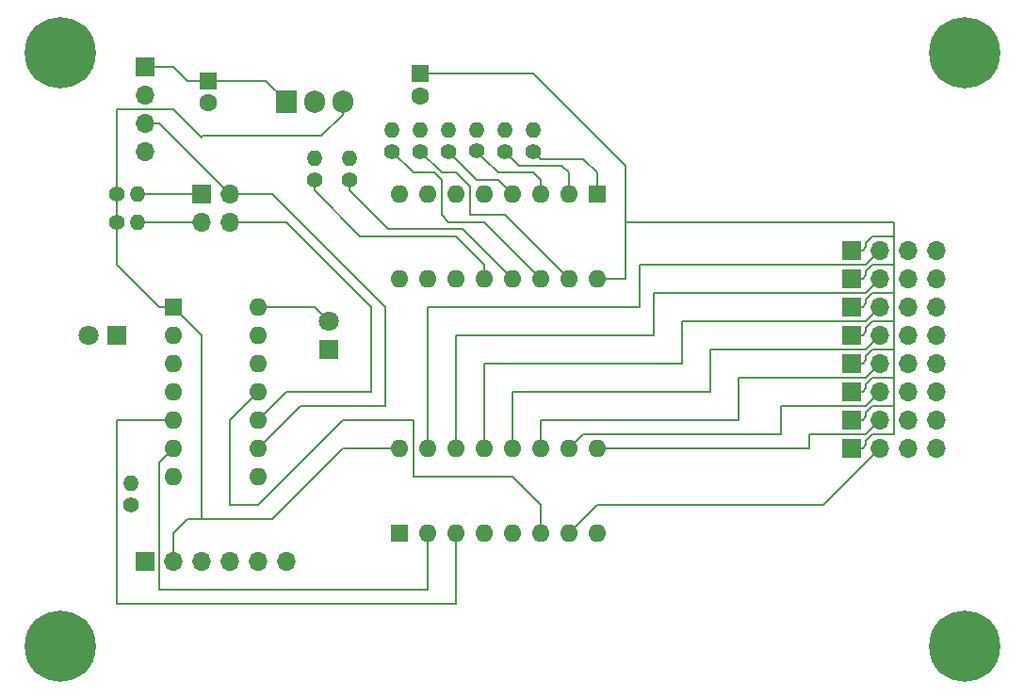
<source format=gtl>
G04 #@! TF.GenerationSoftware,KiCad,Pcbnew,(5.1.0-0)*
G04 #@! TF.CreationDate,2019-04-07T15:46:55-04:00*
G04 #@! TF.ProjectId,Sonocto,536f6e6f-6374-46f2-9e6b-696361645f70,rev?*
G04 #@! TF.SameCoordinates,Original*
G04 #@! TF.FileFunction,Copper,L1,Top*
G04 #@! TF.FilePolarity,Positive*
%FSLAX46Y46*%
G04 Gerber Fmt 4.6, Leading zero omitted, Abs format (unit mm)*
G04 Created by KiCad (PCBNEW (5.1.0-0)) date 2019-04-07 15:46:55*
%MOMM*%
%LPD*%
G04 APERTURE LIST*
%ADD10C,6.400000*%
%ADD11O,1.700000X1.700000*%
%ADD12R,1.700000X1.700000*%
%ADD13O,1.400000X1.400000*%
%ADD14C,1.400000*%
%ADD15O,1.600000X1.600000*%
%ADD16R,1.600000X1.600000*%
%ADD17O,1.905000X2.000000*%
%ADD18R,1.905000X2.000000*%
%ADD19C,1.800000*%
%ADD20R,1.800000X1.800000*%
%ADD21C,1.600000*%
%ADD22C,0.152400*%
G04 APERTURE END LIST*
D10*
X180340000Y-116840000D03*
X99060000Y-116840000D03*
X99060000Y-63500000D03*
X180340000Y-63500000D03*
D11*
X114300000Y-78740000D03*
X111760000Y-78740000D03*
X114300000Y-76200000D03*
D12*
X111760000Y-76200000D03*
D13*
X121920000Y-73030000D03*
D14*
X121920000Y-74930000D03*
D13*
X125095000Y-73030000D03*
D14*
X125095000Y-74930000D03*
D13*
X128905000Y-70490000D03*
D14*
X128905000Y-72390000D03*
D13*
X131445000Y-70490000D03*
D14*
X131445000Y-72390000D03*
D13*
X141605000Y-70490000D03*
D14*
X141605000Y-72390000D03*
D13*
X139065000Y-70490000D03*
D14*
X139065000Y-72390000D03*
D13*
X136525000Y-70485000D03*
D14*
X136525000Y-72385000D03*
D13*
X133985000Y-70490000D03*
D14*
X133985000Y-72390000D03*
D13*
X105410000Y-102240000D03*
D14*
X105410000Y-104140000D03*
D13*
X106040000Y-76200000D03*
D14*
X104140000Y-76200000D03*
D13*
X106040000Y-78740000D03*
D14*
X104140000Y-78740000D03*
D15*
X129540000Y-99060000D03*
X147320000Y-106680000D03*
X132080000Y-99060000D03*
X144780000Y-106680000D03*
X134620000Y-99060000D03*
X142240000Y-106680000D03*
X137160000Y-99060000D03*
X139700000Y-106680000D03*
X139700000Y-99060000D03*
X137160000Y-106680000D03*
X142240000Y-99060000D03*
X134620000Y-106680000D03*
X144780000Y-99060000D03*
X132080000Y-106680000D03*
X147320000Y-99060000D03*
D16*
X129540000Y-106680000D03*
D15*
X147320000Y-83820000D03*
X129540000Y-76200000D03*
X144780000Y-83820000D03*
X132080000Y-76200000D03*
X142240000Y-83820000D03*
X134620000Y-76200000D03*
X139700000Y-83820000D03*
X137160000Y-76200000D03*
X137160000Y-83820000D03*
X139700000Y-76200000D03*
X134620000Y-83820000D03*
X142240000Y-76200000D03*
X132080000Y-83820000D03*
X144780000Y-76200000D03*
X129540000Y-83820000D03*
D16*
X147320000Y-76200000D03*
D15*
X116840000Y-86360000D03*
X109220000Y-101600000D03*
X116840000Y-88900000D03*
X109220000Y-99060000D03*
X116840000Y-91440000D03*
X109220000Y-96520000D03*
X116840000Y-93980000D03*
X109220000Y-93980000D03*
X116840000Y-96520000D03*
X109220000Y-91440000D03*
X116840000Y-99060000D03*
X109220000Y-88900000D03*
X116840000Y-101600000D03*
D16*
X109220000Y-86360000D03*
D17*
X124460000Y-67945000D03*
X121920000Y-67945000D03*
D18*
X119380000Y-67945000D03*
D11*
X119380000Y-109220000D03*
X116840000Y-109220000D03*
X114300000Y-109220000D03*
X111760000Y-109220000D03*
X109220000Y-109220000D03*
D12*
X106680000Y-109220000D03*
D11*
X177800000Y-99060000D03*
X175260000Y-99060000D03*
X172720000Y-99060000D03*
D12*
X170180000Y-99060000D03*
D11*
X177800000Y-96520000D03*
X175260000Y-96520000D03*
X172720000Y-96520000D03*
D12*
X170180000Y-96520000D03*
D11*
X177800000Y-93980000D03*
X175260000Y-93980000D03*
X172720000Y-93980000D03*
D12*
X170180000Y-93980000D03*
D11*
X177800000Y-91440000D03*
X175260000Y-91440000D03*
X172720000Y-91440000D03*
D12*
X170180000Y-91440000D03*
D11*
X177800000Y-88900000D03*
X175260000Y-88900000D03*
X172720000Y-88900000D03*
D12*
X170180000Y-88900000D03*
D11*
X177800000Y-86360000D03*
X175260000Y-86360000D03*
X172720000Y-86360000D03*
D12*
X170180000Y-86360000D03*
D11*
X177800000Y-83820000D03*
X175260000Y-83820000D03*
X172720000Y-83820000D03*
D12*
X170180000Y-83820000D03*
D11*
X177800000Y-81280000D03*
X175260000Y-81280000D03*
X172720000Y-81280000D03*
D12*
X170180000Y-81280000D03*
D11*
X106680000Y-72390000D03*
X106680000Y-69850000D03*
X106680000Y-67310000D03*
D12*
X106680000Y-64770000D03*
D19*
X101600000Y-88900000D03*
D20*
X104140000Y-88900000D03*
D19*
X123190000Y-87630000D03*
D20*
X123190000Y-90170000D03*
D21*
X131445000Y-67405000D03*
D16*
X131445000Y-65405000D03*
D21*
X112395000Y-68040000D03*
D16*
X112395000Y-66040000D03*
D22*
X121920000Y-86360000D02*
X123190000Y-87630000D01*
X116840000Y-86360000D02*
X121920000Y-86360000D01*
X106680000Y-64770000D02*
X109220000Y-64770000D01*
X110490000Y-66040000D02*
X112395000Y-66040000D01*
X109220000Y-64770000D02*
X110490000Y-66040000D01*
X119380000Y-67897500D02*
X119380000Y-67945000D01*
X117522500Y-66040000D02*
X119380000Y-67897500D01*
X112395000Y-66040000D02*
X117522500Y-66040000D01*
X109220000Y-109220000D02*
X109220000Y-106680000D01*
X173990000Y-81280000D02*
X173990000Y-80010000D01*
X149860000Y-73660000D02*
X149860000Y-83820000D01*
X149860000Y-83820000D02*
X147320000Y-83820000D01*
X111760000Y-105410000D02*
X111760000Y-88900000D01*
X118110000Y-105410000D02*
X111760000Y-105410000D01*
X111760000Y-88900000D02*
X109220000Y-86360000D01*
X124460000Y-99060000D02*
X118110000Y-105410000D01*
X129540000Y-99060000D02*
X124460000Y-99060000D01*
X111760000Y-105410000D02*
X110490000Y-105410000D01*
X110490000Y-105410000D02*
X109220000Y-106680000D01*
X107950000Y-86360000D02*
X109220000Y-86360000D01*
X104140000Y-82550000D02*
X107950000Y-86360000D01*
X104140000Y-68580000D02*
X104140000Y-82550000D01*
X109220000Y-68580000D02*
X104140000Y-68580000D01*
X111760000Y-71120000D02*
X109220000Y-68580000D01*
X124460000Y-67992500D02*
X124460000Y-67945000D01*
X141605000Y-65405000D02*
X149860000Y-73660000D01*
X131445000Y-65405000D02*
X141605000Y-65405000D01*
X124460000Y-69097400D02*
X122555000Y-71002400D01*
X124460000Y-67945000D02*
X124460000Y-69097400D01*
X111877600Y-71002400D02*
X111760000Y-71120000D01*
X122555000Y-71002400D02*
X111877600Y-71002400D01*
X171182400Y-91440000D02*
X170180000Y-91440000D01*
X171450000Y-90805000D02*
X171450000Y-91172400D01*
X171450000Y-91172400D02*
X171182400Y-91440000D01*
X173990000Y-90170000D02*
X172085000Y-90170000D01*
X172085000Y-90170000D02*
X171450000Y-90805000D01*
X173990000Y-90170000D02*
X173990000Y-92710000D01*
X171182400Y-93980000D02*
X171450000Y-93712400D01*
X170180000Y-93980000D02*
X171182400Y-93980000D01*
X171450000Y-93712400D02*
X171450000Y-93345000D01*
X172085000Y-92710000D02*
X173990000Y-92710000D01*
X171450000Y-93345000D02*
X172085000Y-92710000D01*
X171182400Y-96520000D02*
X171450000Y-96252400D01*
X170180000Y-96520000D02*
X171182400Y-96520000D01*
X171450000Y-96252400D02*
X171450000Y-95885000D01*
X171450000Y-95885000D02*
X172085000Y-95250000D01*
X172085000Y-95250000D02*
X173990000Y-95250000D01*
X173990000Y-92710000D02*
X173990000Y-95250000D01*
X173990000Y-96520000D02*
X173990000Y-95250000D01*
X173990000Y-97790000D02*
X173990000Y-96520000D01*
X171182400Y-99060000D02*
X171450000Y-98792400D01*
X171450000Y-98792400D02*
X171450000Y-98425000D01*
X171450000Y-98425000D02*
X172085000Y-97790000D01*
X172085000Y-97790000D02*
X173990000Y-97790000D01*
X170180000Y-99060000D02*
X171182400Y-99060000D01*
X173990000Y-86360000D02*
X173990000Y-87630000D01*
X173990000Y-87630000D02*
X173990000Y-90170000D01*
X170815000Y-88900000D02*
X170180000Y-88900000D01*
X173990000Y-87630000D02*
X172085000Y-87630000D01*
X171182400Y-88900000D02*
X171450000Y-88632400D01*
X170180000Y-88900000D02*
X171182400Y-88900000D01*
X171450000Y-88265000D02*
X172085000Y-87630000D01*
X171450000Y-88632400D02*
X171450000Y-88265000D01*
X171182400Y-86360000D02*
X171450000Y-86092400D01*
X170180000Y-86360000D02*
X171182400Y-86360000D01*
X171450000Y-86092400D02*
X171450000Y-85725000D01*
X172085000Y-85090000D02*
X173990000Y-85090000D01*
X171450000Y-85725000D02*
X172085000Y-85090000D01*
X173990000Y-85090000D02*
X173990000Y-86360000D01*
X172085000Y-82550000D02*
X173990000Y-82550000D01*
X173990000Y-82550000D02*
X173990000Y-85090000D01*
X173990000Y-81280000D02*
X173990000Y-82550000D01*
X171182400Y-81280000D02*
X171450000Y-81012400D01*
X170180000Y-81280000D02*
X171182400Y-81280000D01*
X171450000Y-81012400D02*
X171450000Y-80645000D01*
X172085000Y-80010000D02*
X173990000Y-80010000D01*
X171450000Y-80645000D02*
X172085000Y-80010000D01*
X171182400Y-83820000D02*
X171450000Y-83552400D01*
X170180000Y-83820000D02*
X171182400Y-83820000D01*
X171450000Y-83185000D02*
X172085000Y-82550000D01*
X171450000Y-83552400D02*
X171450000Y-83185000D01*
X173990000Y-80010000D02*
X173990000Y-78740000D01*
X173990000Y-78740000D02*
X149860000Y-78740000D01*
X127000000Y-86360000D02*
X127000000Y-93980000D01*
X127000000Y-93980000D02*
X119380000Y-93980000D01*
X119380000Y-93980000D02*
X116840000Y-96520000D01*
X119380000Y-78740000D02*
X127000000Y-86360000D01*
X114300000Y-78740000D02*
X119380000Y-78740000D01*
X116840000Y-99060000D02*
X120650000Y-95250000D01*
X120650000Y-95250000D02*
X128270000Y-95250000D01*
X128270000Y-95250000D02*
X128270000Y-86360000D01*
X107950000Y-69850000D02*
X114300000Y-76200000D01*
X106680000Y-69850000D02*
X107950000Y-69850000D01*
X118110000Y-76200000D02*
X128270000Y-86360000D01*
X114300000Y-76200000D02*
X118110000Y-76200000D01*
X138430000Y-74930000D02*
X139700000Y-76200000D01*
X136525000Y-74930000D02*
X138430000Y-74930000D01*
X133985000Y-72390000D02*
X136525000Y-74930000D01*
X132080000Y-86360000D02*
X132080000Y-99060000D01*
X149860000Y-86360000D02*
X132080000Y-86360000D01*
X149860000Y-86360000D02*
X151130000Y-86360000D01*
X171450000Y-82550000D02*
X151130000Y-82550000D01*
X172720000Y-81280000D02*
X171450000Y-82550000D01*
X151130000Y-82550000D02*
X151130000Y-86360000D01*
X142240000Y-74930000D02*
X142240000Y-76200000D01*
X138430000Y-74295000D02*
X141605000Y-74295000D01*
X137224999Y-73089999D02*
X138430000Y-74295000D01*
X137224999Y-73084999D02*
X137224999Y-73089999D01*
X141605000Y-74295000D02*
X142240000Y-74930000D01*
X136525000Y-72385000D02*
X137224999Y-73084999D01*
X152400000Y-88900000D02*
X134620000Y-88900000D01*
X134620000Y-88900000D02*
X134620000Y-99060000D01*
X171450000Y-85090000D02*
X152400000Y-85090000D01*
X152400000Y-85090000D02*
X152400000Y-88900000D01*
X172720000Y-83820000D02*
X171450000Y-85090000D01*
X144780000Y-74295000D02*
X144780000Y-76200000D01*
X140335000Y-73660000D02*
X144145000Y-73660000D01*
X144145000Y-73660000D02*
X144780000Y-74295000D01*
X139065000Y-72390000D02*
X140335000Y-73660000D01*
X154940000Y-91440000D02*
X137160000Y-91440000D01*
X137160000Y-91440000D02*
X137160000Y-99060000D01*
X171450000Y-87630000D02*
X154940000Y-87630000D01*
X172720000Y-86360000D02*
X171450000Y-87630000D01*
X154940000Y-87630000D02*
X154940000Y-91440000D01*
X142304999Y-73089999D02*
X146114999Y-73089999D01*
X141605000Y-72390000D02*
X142304999Y-73089999D01*
X147320000Y-74295000D02*
X147320000Y-76200000D01*
X146114999Y-73089999D02*
X147320000Y-74295000D01*
X157480000Y-93980000D02*
X139700000Y-93980000D01*
X139700000Y-93980000D02*
X139700000Y-99060000D01*
X157480000Y-90170000D02*
X157480000Y-93980000D01*
X171450000Y-90170000D02*
X157480000Y-90170000D01*
X172720000Y-88900000D02*
X171450000Y-90170000D01*
X133350000Y-74295000D02*
X131445000Y-72390000D01*
X134620000Y-74295000D02*
X133350000Y-74295000D01*
X144780000Y-83820000D02*
X139065000Y-78105000D01*
X135890000Y-75565000D02*
X134620000Y-74295000D01*
X139065000Y-78105000D02*
X135890000Y-78105000D01*
X135890000Y-78105000D02*
X135890000Y-75565000D01*
X142240000Y-96520000D02*
X142240000Y-99060000D01*
X160020000Y-93345000D02*
X160020000Y-96520000D01*
X160020000Y-96520000D02*
X158115000Y-96520000D01*
X158115000Y-96520000D02*
X142240000Y-96520000D01*
X172720000Y-91440000D02*
X171870001Y-92289999D01*
X171870001Y-92289999D02*
X171450000Y-92710000D01*
X171450000Y-92710000D02*
X160020000Y-92710000D01*
X160020000Y-92710000D02*
X160020000Y-93345000D01*
X133985000Y-78740000D02*
X137160000Y-78740000D01*
X133350000Y-78105000D02*
X133985000Y-78740000D01*
X133350000Y-74930000D02*
X133350000Y-78105000D01*
X137160000Y-78740000D02*
X142240000Y-83820000D01*
X132715000Y-74295000D02*
X133350000Y-74930000D01*
X130810000Y-74295000D02*
X132715000Y-74295000D01*
X128905000Y-72390000D02*
X130810000Y-74295000D01*
X146050000Y-97790000D02*
X163830000Y-97790000D01*
X144780000Y-99060000D02*
X146050000Y-97790000D01*
X163830000Y-95250000D02*
X163830000Y-97790000D01*
X171450000Y-95250000D02*
X163830000Y-95250000D01*
X172720000Y-93980000D02*
X171450000Y-95250000D01*
X139700000Y-83820000D02*
X135255000Y-79375000D01*
X125095000Y-75919949D02*
X128550051Y-79375000D01*
X125095000Y-74930000D02*
X125095000Y-75919949D01*
X128550051Y-79375000D02*
X135255000Y-79375000D01*
X160020000Y-99060000D02*
X147320000Y-99060000D01*
X172720000Y-96520000D02*
X171870001Y-97369999D01*
X171870001Y-97369999D02*
X171450000Y-97790000D01*
X171450000Y-97790000D02*
X166370000Y-97790000D01*
X166370000Y-97790000D02*
X166370000Y-99060000D01*
X166370000Y-99060000D02*
X160020000Y-99060000D01*
X137160000Y-82550000D02*
X137160000Y-83820000D01*
X126010051Y-80010000D02*
X134620000Y-80010000D01*
X134620000Y-80010000D02*
X137160000Y-82550000D01*
X121920000Y-75919949D02*
X126010051Y-80010000D01*
X121920000Y-74930000D02*
X121920000Y-75919949D01*
X147320000Y-104140000D02*
X144780000Y-106680000D01*
X167640000Y-104140000D02*
X147320000Y-104140000D01*
X172720000Y-99060000D02*
X167640000Y-104140000D01*
X109220000Y-99060000D02*
X107950000Y-100330000D01*
X107950000Y-100330000D02*
X107950000Y-111760000D01*
X107950000Y-111760000D02*
X132080000Y-111760000D01*
X132080000Y-111760000D02*
X132080000Y-106680000D01*
X134620000Y-113030000D02*
X134620000Y-106680000D01*
X104140000Y-113030000D02*
X134620000Y-113030000D01*
X104140000Y-96520000D02*
X104140000Y-113030000D01*
X109220000Y-96520000D02*
X104140000Y-96520000D01*
X142240000Y-104140000D02*
X142240000Y-106680000D01*
X139700000Y-101600000D02*
X142240000Y-104140000D01*
X130810000Y-101600000D02*
X139700000Y-101600000D01*
X116840000Y-104140000D02*
X124460000Y-96520000D01*
X130810000Y-96520000D02*
X130810000Y-101600000D01*
X116840000Y-93980000D02*
X114300000Y-96520000D01*
X114300000Y-104140000D02*
X116840000Y-104140000D01*
X124460000Y-96520000D02*
X130810000Y-96520000D01*
X114300000Y-96520000D02*
X114300000Y-104140000D01*
X106040000Y-78740000D02*
X111760000Y-78740000D01*
X106040000Y-76200000D02*
X111760000Y-76200000D01*
M02*

</source>
